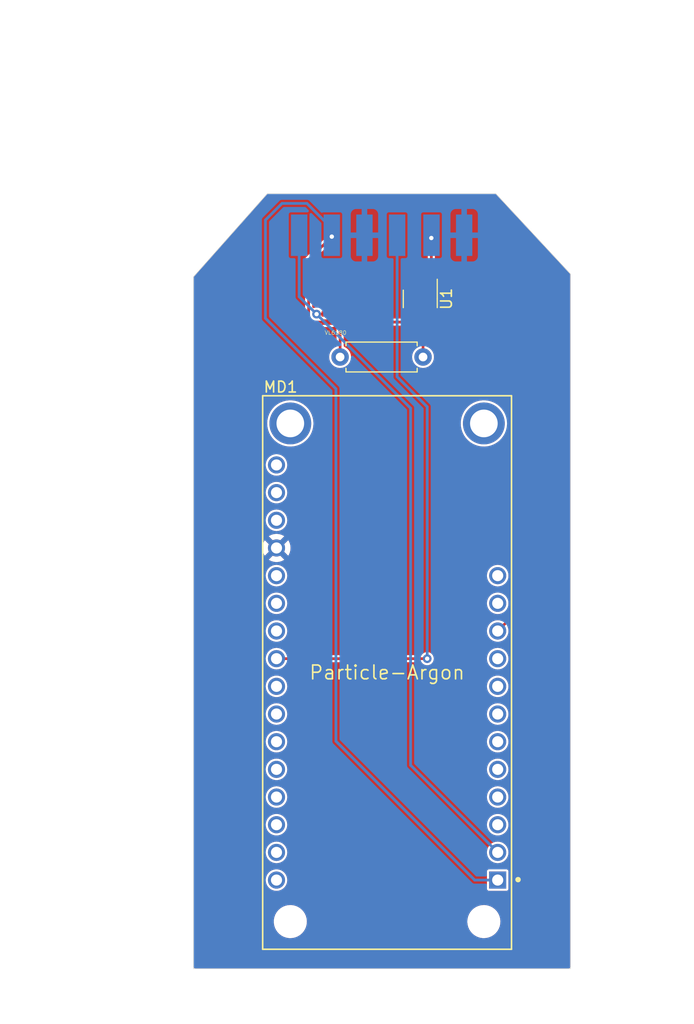
<source format=kicad_pcb>
(kicad_pcb (version 20211014) (generator pcbnew)
  (layers (0 "F.Cu" signal) (31 "B.Cu" signal) (34 "B.Paste" user) (35 "F.Paste" user) (36 "B.SilkS" user "B.Silkscreen") (37 "F.SilkS" user "F.Silkscreen") (38 "B.Mask" user) (39 "F.Mask" user) (44 "Edge.Cuts" user))
  (net 0 "")
  (net 1 "+5V")
  (net 2 "GND")
  (net 3 "Net-(CN2-Pad3)")
  (net 4 "Net-(CN2-Pad5)")
  (net 5 "Net-(CN2-Pad6)")
  (net 32 "Net-(R1-Pad1)")
  (net 36 "Net-(R1-Pad2)")
  (footprint "Particle_Argon:Particle-Argon-0-0-MD1" (layer "F.Cu") (at 140.208 133.858)
    (fp_text reference "MD1" (at -11.43 -26.2) (layer "F.SilkS") (effects (justify left)))
    (fp_text value "Particle-Argon" (at 0 0) (layer "F.SilkS") (effects (font (size 1.27 1.27))))
    (fp_line (start -11.43 -25.4) (end 11.43 -25.4) (layer "F.SilkS") (width 0.15))
    (fp_line (start -11.43 25.4) (end 11.43 25.4) (layer "F.SilkS") (width 0.15))
    (fp_line (start -11.43 25.4) (end -11.43 -25.4) (layer "F.SilkS") (width 0.15))
    (fp_line (start 11.43 25.4) (end 11.43 -25.4) (layer "F.SilkS") (width 0.15))
    (fp_circle (center 12.03 19.01) (end 12.155 19.01) (layer "F.SilkS") (width 0.25) (fill none))
    (pad "" np_thru_hole circle (at -8.89 22.86) (size 2.54 2.54) (drill 2.54) (layers *.Cu *.Mask))
    (pad "" np_thru_hole circle (at 8.89 22.86) (size 2.54 2.54) (drill 2.54) (layers *.Cu *.Mask))
    (pad "0" thru_hole rect (at 10.16 19.05) (size 1.57 1.57) (drill 1.02) (layers *.Cu) (net 4 "Net-(CN2-Pad5)"))
    (pad "1" thru_hole circle (at 10.16 16.51) (size 1.57 1.57) (drill 1.02) (layers *.Cu) (net 5 "Net-(CN2-Pad6)"))
    (pad "2" thru_hole circle (at 10.16 13.97) (size 1.57 1.57) (drill 1.02) (layers *.Cu))
    (pad "3" thru_hole circle (at 10.16 11.43) (size 1.57 1.57) (drill 1.02) (layers *.Cu))
    (pad "3.3V" thru_hole circle (at -10.16 -16.51) (size 1.57 1.57) (drill 1.02) (layers *.Cu))
    (pad "4" thru_hole circle (at 10.16 8.89) (size 1.57 1.57) (drill 1.02) (layers *.Cu))
    (pad "5" thru_hole circle (at 10.16 6.35) (size 1.57 1.57) (drill 1.02) (layers *.Cu))
    (pad "6" thru_hole circle (at 10.16 3.81) (size 1.57 1.57) (drill 1.02) (layers *.Cu))
    (pad "7" thru_hole circle (at 10.16 1.27) (size 1.57 1.57) (drill 1.02) (layers *.Cu))
    (pad "8" thru_hole circle (at 10.16 -1.27) (size 1.57 1.57) (drill 1.02) (layers *.Cu))
    (pad "9" thru_hole circle (at -10.16 16.51) (size 1.57 1.57) (drill 1.02) (layers *.Cu))
    (pad "10" thru_hole circle (at -10.16 13.97) (size 1.57 1.57) (drill 1.02) (layers *.Cu))
    (pad "11" thru_hole circle (at -10.16 11.43) (size 1.57 1.57) (drill 1.02) (layers *.Cu))
    (pad "12" thru_hole circle (at -10.16 8.89) (size 1.57 1.57) (drill 1.02) (layers *.Cu))
    (pad "13" thru_hole circle (at -10.16 6.35) (size 1.57 1.57) (drill 1.02) (layers *.Cu))
    (pad "14" thru_hole circle (at -10.16 3.81) (size 1.57 1.57) (drill 1.02) (layers *.Cu))
    (pad "15" thru_hole circle (at -10.16 1.27) (size 1.57 1.57) (drill 1.02) (layers *.Cu))
    (pad "16" thru_hole circle (at -10.16 -1.27) (size 1.57 1.57) (drill 1.02) (layers *.Cu) (net 3 "Net-(CN2-Pad3)"))
    (pad "17" thru_hole circle (at -10.16 -3.81) (size 1.57 1.57) (drill 1.02) (layers *.Cu))
    (pad "18" thru_hole circle (at -10.16 -6.35) (size 1.57 1.57) (drill 1.02) (layers *.Cu))
    (pad "19" thru_hole circle (at -10.16 -8.89) (size 1.57 1.57) (drill 1.02) (layers *.Cu))
    (pad "20" thru_hole circle (at -10.16 -13.97) (size 1.57 1.57) (drill 1.02) (layers *.Cu))
    (pad "21" thru_hole circle (at -8.89 -22.86) (size 3.84 3.84) (drill 2.54) (layers *.Cu))
    (pad "22" thru_hole circle (at 8.89 -22.86) (size 3.84 3.84) (drill 2.54) (layers *.Cu))
    (pad "ENABLE" thru_hole circle (at 10.16 -6.35) (size 1.57 1.57) (drill 1.02) (layers *.Cu))
    (pad "GND" thru_hole circle (at -10.16 -11.43) (size 1.57 1.57) (drill 1.02) (layers *.Cu) (net 2 "GND"))
    (pad "LiPo+" thru_hole circle (at 10.16 -8.89) (size 1.57 1.57) (drill 1.02) (layers *.Cu))
    (pad "NC" thru_hole circle (at -10.16 19.05) (size 1.57 1.57) (drill 1.02) (layers *.Cu))
    (pad "RESET" thru_hole circle (at -10.16 -19.05) (size 1.57 1.57) (drill 1.02) (layers *.Cu))
    (pad "VBUS" thru_hole circle (at 10.16 -3.81) (size 1.57 1.57) (drill 1.02) (layers *.Cu) (net 1 "+5V"))
  )
  (footprint "Adafruit VL6180:VL6180" (layer "F.Cu") (at 135.89 99.822)
    (fp_text reference "U2" hide)
    (fp_text value "VL6180" (at -1.441 3.066) (layer "F.SilkS") (effects (font (size 0.36576 0.36576) (thickness 0.04064)) (justify left bottom)))
    (pad "1" smd rect (at -1.2 -1.875 270) (size 0.5 1) (layers "F.Cu" "F.Paste" "F.Mask"))
    (pad "2" smd rect (at -1.2 -1.125 270) (size 0.5 1) (layers "F.Cu" "F.Paste" "F.Mask"))
    (pad "3" smd rect (at -1.2 -0.375 270) (size 0.5 1) (layers "F.Cu" "F.Paste" "F.Mask"))
    (pad "4" smd rect (at -1.2 0.375 270) (size 0.5 1) (layers "F.Cu" "F.Paste" "F.Mask") (net 36 "Net-(R1-Pad2)"))
    (pad "5" smd rect (at -1.2 1.125 270) (size 0.5 1) (layers "F.Cu" "F.Paste" "F.Mask") (net 5 "Net-(CN2-Pad6)"))
    (pad "6" smd rect (at -1.2 1.875 270) (size 0.5 1) (layers "F.Cu" "F.Paste" "F.Mask") (net 4 "Net-(CN2-Pad5)"))
    (pad "7" smd rect (at 1.2 1.875 270) (size 0.5 1) (layers "F.Cu" "F.Paste" "F.Mask"))
    (pad "8" smd rect (at 1.2 1.125 270) (size 0.5 1) (layers "F.Cu" "F.Paste" "F.Mask") (net 32 "Net-(R1-Pad1)"))
    (pad "9" smd rect (at 1.2 0.375 270) (size 0.5 1) (layers "F.Cu" "F.Paste" "F.Mask") (net 2 "GND"))
    (pad "10" smd rect (at 1.2 -0.375 270) (size 0.5 1) (layers "F.Cu" "F.Paste" "F.Mask") (net 32 "Net-(R1-Pad1)"))
    (pad "11" smd rect (at 1.2 -1.125 270) (size 0.5 1) (layers "F.Cu" "F.Paste" "F.Mask"))
    (pad "12" smd rect (at 1.2 -1.875 270) (size 0.5 1) (layers "F.Cu" "F.Paste" "F.Mask") (net 2 "GND"))
  )
  (footprint "Resistor_THT:R_Axial_DIN0207_L6.3mm_D2.5mm_P7.62mm_Horizontal" (layer "F.Cu") (at 143.51 104.902 180)
    (fp_text reference "R1" hide)
    (fp_text value "R" hide)
    (fp_line (start 0.54 -1.37) (end 7.08 -1.37) (layer "F.SilkS") (width 0.12))
    (fp_line (start 0.54 -1.04) (end 0.54 -1.37) (layer "F.SilkS") (width 0.12))
    (fp_line (start 0.54 1.04) (end 0.54 1.37) (layer "F.SilkS") (width 0.12))
    (fp_line (start 7.08 1.37) (end 7.08 1.04) (layer "F.SilkS") (width 0.12))
    (fp_line (start 7.08 -1.37) (end 7.08 -1.04) (layer "F.SilkS") (width 0.12))
    (fp_line (start 0.54 1.37) (end 7.08 1.37) (layer "F.SilkS") (width 0.12))
    (pad "1" thru_hole circle (at 0 0 180) (size 1.6 1.6) (drill 0.8) (layers *.Cu *.Mask) (net 32 "Net-(R1-Pad1)"))
    (pad "2" thru_hole oval (at 7.62 0 180) (size 1.6 1.6) (drill 0.8) (layers *.Cu *.Mask) (net 36 "Net-(R1-Pad2)"))
  )
  (footprint "Package_TO_SOT_SMD:SOT-23-5" (layer "F.Cu") (at 143.256 99.568 -90)
    (fp_text reference "U1" (at 0 -2.4 90) (layer "F.SilkS"))
    (fp_text value "MIC5219-2.85YM5" hide)
    (fp_line (start 0 1.56) (end 0.8 1.56) (layer "F.SilkS") (width 0.12))
    (fp_line (start 0 -1.56) (end -1.8 -1.56) (layer "F.SilkS") (width 0.12))
    (fp_line (start 0 -1.56) (end 0.8 -1.56) (layer "F.SilkS") (width 0.12))
    (fp_line (start 0 1.56) (end -0.8 1.56) (layer "F.SilkS") (width 0.12))
    (pad "1" smd roundrect (at -1.1375 -0.95 270) (size 1.325 0.6) (layers "F.Cu" "F.Paste" "F.Mask") (net 1 "+5V"))
    (pad "2" smd roundrect (at -1.1375 0 270) (size 1.325 0.6) (layers "F.Cu" "F.Paste" "F.Mask") (net 2 "GND"))
    (pad "3" smd roundrect (at -1.1375 0.95 270) (size 1.325 0.6) (layers "F.Cu" "F.Paste" "F.Mask") (net 1 "+5V"))
    (pad "4" smd roundrect (at 1.1375 0.95 270) (size 1.325 0.6) (layers "F.Cu" "F.Paste" "F.Mask"))
    (pad "5" smd roundrect (at 1.1375 -0.95 270) (size 1.325 0.6) (layers "F.Cu" "F.Paste" "F.Mask") (net 32 "Net-(R1-Pad1)"))
  )
  (footprint "Adafruit NeoPixel 8 Stick:1X4-SMT" (layer "B.Cu") (at 140.208 93.726 180)
    (fp_text reference "CN2" hide)
    (fp_text value "1X4SMT")
    (pad "1" smd rect (at -7.08 0 180) (size 1.5 3.8) (layers "B.Cu" "B.Paste" "B.Mask") (net 2 "GND"))
    (pad "2" smd rect (at -4.08 0 180) (size 1.5 3.8) (layers "B.Cu" "B.Paste" "B.Mask") (net 1 "+5V"))
    (pad "3" smd rect (at -0.92 0 180) (size 1.5 3.8) (layers "B.Cu" "B.Paste" "B.Mask") (net 3 "Net-(CN2-Pad3)"))
    (pad "4" smd rect (at 2.08 0 180) (size 1.5 3.8) (layers "B.Cu" "B.Paste" "B.Mask") (net 2 "GND"))
    (pad "5" smd rect (at 5.08 0 180) (size 1.5 3.8) (layers "B.Cu" "B.Paste" "B.Mask") (net 4 "Net-(CN2-Pad5)"))
    (pad "6" smd rect (at 8.08 0 180) (size 1.5 3.8) (layers "B.Cu" "B.Paste" "B.Mask") (net 5 "Net-(CN2-Pad6)"))
  )
  (gr_line (start 129.2 89.915998) (end 150.2 89.915999) (layer "Edge.Cuts") (width 0.05))
  (gr_line (start 122.428 97.536) (end 122.428 161.036) (layer "Edge.Cuts") (width 0.05))
  (gr_line (start 150.2 89.915999) (end 157.054 97.282) (layer "Edge.Cuts") (width 0.05))
  (gr_line (start 122.428 161.036) (end 157.054 161.036) (layer "Edge.Cuts") (width 0.05))
  (gr_line (start 157.054 97.282) (end 157.054 161.036) (layer "Edge.Cuts") (width 0.05))
  (gr_line (start 122.428 97.536) (end 129.2 89.915998) (layer "Edge.Cuts") (width 0.05))
  (segment (start 143.573277 97.409) (end 142.938723 97.409) (width 0.25) (layer "F.Cu") (net 1))
  (segment (start 150.368 130.048) (end 151.4812 128.9348) (width 0.25) (layer "F.Cu") (net 1))
  (segment (start 144.272 93.98) (end 144.272 98.3645) (width 0.25) (layer "F.Cu") (net 1))
  (segment (start 151.4812 105.7057) (end 144.206 98.4305) (width 0.25) (layer "F.Cu") (net 1))
  (segment (start 142.938723 97.409) (end 142.306 98.041723) (width 0.25) (layer "F.Cu") (net 1))
  (segment (start 144.206 98.041723) (end 143.573277 97.409) (width 0.25) (layer "F.Cu") (net 1))
  (segment (start 151.4812 128.9348) (end 151.4812 105.7057) (width 0.25) (layer "F.Cu") (net 1))
  (via (at 144.272 93.98) (size 0.8) (drill 0.4) (layers "F.Cu" "B.Cu") (net 1))
  (segment (start 136.2618 100.1188) (end 136.2618 98.1802) (width 0.25) (layer "F.Cu") (net 2))
  (segment (start 136.495 97.947) (end 137.09 97.947) (width 0.25) (layer "F.Cu") (net 2))
  (segment (start 137.09 100.197) (end 136.34 100.197) (width 0.25) (layer "F.Cu") (net 2))
  (segment (start 136.34 100.197) (end 136.2618 100.1188) (width 0.25) (layer "F.Cu") (net 2))
  (segment (start 136.2618 98.1802) (end 136.495 97.947) (width 0.25) (layer "F.Cu") (net 2))
  (segment (start 130.048 132.588) (end 143.891 132.588) (width 0.25) (layer "F.Cu") (net 3))
  (via (at 143.891 132.588) (size 0.8) (drill 0.4) (layers "F.Cu" "B.Cu") (net 3))
  (segment (start 141.128 106.711) (end 143.891 109.474) (width 0.25) (layer "B.Cu") (net 3))
  (segment (start 143.891 109.474) (end 143.891 132.588) (width 0.25) (layer "B.Cu") (net 3))
  (segment (start 141.128 93.726) (end 141.128 106.711) (width 0.25) (layer "B.Cu") (net 3))
  (segment (start 135.128 93.853) (end 133.0028 95.9782) (width 0.25) (layer "F.Cu") (net 4))
  (segment (start 133.32 101.697) (end 134.69 101.697) (width 0.25) (layer "F.Cu") (net 4))
  (segment (start 133.0028 95.9782) (end 133.0028 101.3798) (width 0.25) (layer "F.Cu") (net 4))
  (segment (start 133.0028 101.3798) (end 133.32 101.697) (width 0.25) (layer "F.Cu") (net 4))
  (via (at 135.128 93.853) (size 0.8) (drill 0.4) (layers "F.Cu" "B.Cu") (net 4))
  (segment (start 135.509 107.823) (end 129.032 101.346) (width 0.25) (layer "B.Cu") (net 4))
  (segment (start 150.368 152.908) (end 148.255235 152.908) (width 0.25) (layer "B.Cu") (net 4))
  (segment (start 129.032 101.346) (end 129.032 92.329) (width 0.25) (layer "B.Cu") (net 4))
  (segment (start 130.556 90.805) (end 132.842 90.805) (width 0.25) (layer "B.Cu") (net 4))
  (segment (start 148.255235 152.908) (end 135.509 140.161765) (width 0.25) (layer "B.Cu") (net 4))
  (segment (start 135.509 140.161765) (end 135.509 107.823) (width 0.25) (layer "B.Cu") (net 4))
  (segment (start 129.032 92.329) (end 130.556 90.805) (width 0.25) (layer "B.Cu") (net 4))
  (segment (start 132.842 90.805) (end 135.128 93.091) (width 0.25) (layer "B.Cu") (net 4))
  (segment (start 133.731 100.965) (end 134.672 100.965) (width 0.25) (layer "F.Cu") (net 5))
  (via (at 133.731 100.965) (size 0.8) (drill 0.4) (layers "F.Cu" "B.Cu") (net 5))
  (segment (start 132.128 99.362) (end 133.731 100.965) (width 0.25) (layer "B.Cu") (net 5))
  (segment (start 142.367 109.601) (end 133.731 100.965) (width 0.25) (layer "B.Cu") (net 5))
  (segment (start 150.368 150.368) (end 142.367 142.367) (width 0.25) (layer "B.Cu") (net 5))
  (segment (start 142.367 142.367) (end 142.367 109.601) (width 0.25) (layer "B.Cu") (net 5))
  (segment (start 132.128 93.726) (end 132.128 99.362) (width 0.25) (layer "B.Cu") (net 5))
  (segment (start 137.9182 99.6912) (end 137.674 99.447) (width 0.25) (layer "F.Cu") (net 32))
  (segment (start 143.2153 101.6962) (end 143.51 101.9909) (width 0.25) (layer "F.Cu") (net 32))
  (segment (start 137.84 100.947) (end 137.84 101.0406) (width 0.25) (layer "F.Cu") (net 32))
  (segment (start 137.09 100.947) (end 137.84 100.947) (width 0.25) (layer "F.Cu") (net 32))
  (segment (start 143.51 101.9909) (end 143.51 104.902) (width 0.25) (layer "F.Cu") (net 32))
  (segment (start 137.84 100.947) (end 137.9182 100.8688) (width 0.25) (layer "F.Cu") (net 32))
  (segment (start 137.84 101.0406) (end 138.4956 101.6962) (width 0.25) (layer "F.Cu") (net 32))
  (segment (start 143.2153 101.6962) (end 144.206 100.7055) (width 0.25) (layer "F.Cu") (net 32))
  (segment (start 143.2153 101.6962) (end 138.4956 101.6962) (width 0.25) (layer "F.Cu") (net 32))
  (segment (start 137.9182 100.8688) (end 137.9182 99.6912) (width 0.25) (layer "F.Cu") (net 32))
  (segment (start 137.674 99.447) (end 137.09 99.447) (width 0.25) (layer "F.Cu") (net 32))
  (segment (start 134.69 100.197) (end 135.44 100.197) (width 0.25) (layer "F.Cu") (net 36))
  (segment (start 135.89 100.647) (end 135.89 104.902) (width 0.25) (layer "F.Cu") (net 36))
  (segment (start 135.44 100.197) (end 135.89 100.647) (width 0.25) (layer "F.Cu") (net 36))
  (zone (net 2) (net_name "GND") (layers F&B.Cu) (connect_pads (clearance 0.000001)) (min_thickness 0.254) (fill yes (thermal_gap 0.508) (thermal_bridge_width 0.508))
    (polygon (pts (xy 168.402 166.116) (xy 104.648 166.116) (xy 105.156 72.136) (xy 168.148 72.136)))
  )
)
</source>
